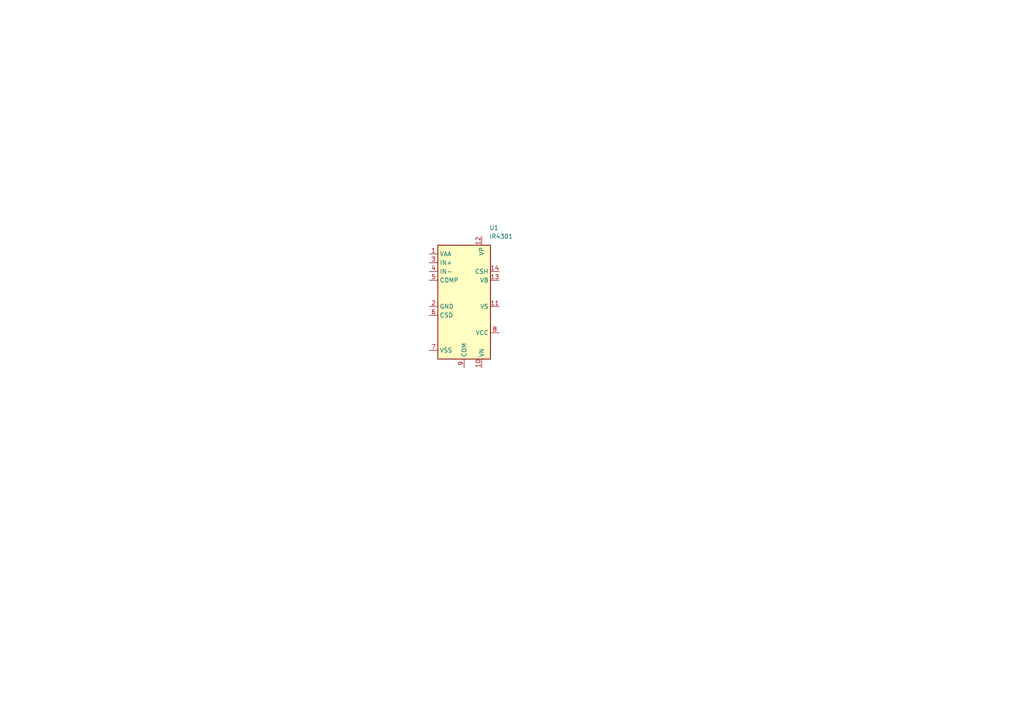
<source format=kicad_sch>
(kicad_sch (version 20231120) (generator "eeschema") (generator_version "8.0")
  (paper "A4")
  (lib_symbols
    (symbol "Amplifier_Audio:IR4301"
      (property "Reference" "U" (at -7.62 20.955 0))
      (property "Value" "IR4301" (at -7.62 19.05 0))
      (symbol "IR4301_0_1"
        (rectangle (start -7.62 -15.24) (end 7.62 17.78) (stroke (width 0.254)) (fill (type background)))
      )
      (symbol "IR4301_1_1"
        (pin power_in line (at -10.16 15.24 0) (length 2.54) (name "VAA") (number "1"))
        (pin power_in line (at 5.08 -17.78 90) (length 2.54) (name "VN") (number "10"))
        (pin output line (at 10.16 0 180) (length 2.54) (name "VS") (number "11"))
        (pin power_in line (at 5.08 20.32 270) (length 2.54) (name "VP") (number "12"))
        (pin power_in line (at 10.16 7.62 180) (length 2.54) (name "VB") (number "13"))
        (pin passive line (at 10.16 10.16 180) (length 2.54) (name "CSH") (number "14"))
        (pin passive line (at 0 -17.78 90) (length 2.54) hide (name "COM") (number "15"))
        (pin power_in line (at -10.16 0 0) (length 2.54) (name "GND") (number "2"))
        (pin input line (at -10.16 12.7 0) (length 2.54) (name "IN+") (number "3"))
        (pin input line (at -10.16 10.16 0) (length 2.54) (name "IN-") (number "4"))
        (pin output line (at -10.16 7.62 0) (length 2.54) (name "COMP") (number "5"))
        (pin passive line (at -10.16 -2.54 0) (length 2.54) (name "CSD") (number "6"))
        (pin power_in line (at -10.16 -12.7 0) (length 2.54) (name "VSS") (number "7"))
        (pin power_in line (at 10.16 -7.62 180) (length 2.54) (name "VCC") (number "8"))
        (pin power_in line (at 0 -17.78 90) (length 2.54) (name "COM") (number "9"))
      )
    )
  )
  (symbol (lib_id "Amplifier_Audio:IR4301") (at 134.62 88.9 0) (unit 1)
    (property "Reference" "U1" (at 141.8941 66.04 0) (effects (justify left)))
    (property "Value" "IR4301" (at 141.8941 68.58 0) (effects (justify left)))
    (property "Footprint" "Package_DFN_QFN:Infineon_PQFN-22-15-4EP_6x5mm_P0.65mm" (effects (hide yes)))
    (property "Datasheet" "https://www.infineon.com/dgdl/ir4301.pdf?fileId=5546d462533600a4015355d5fc691819" (effects (hide yes)))
    (property "Description" "PowIRaudio Integrated Analog Input Class D Audio Amplifier, 160W/4ohm, 80V, PQFN-22" (effects (hide yes)))
  )
)
</source>
